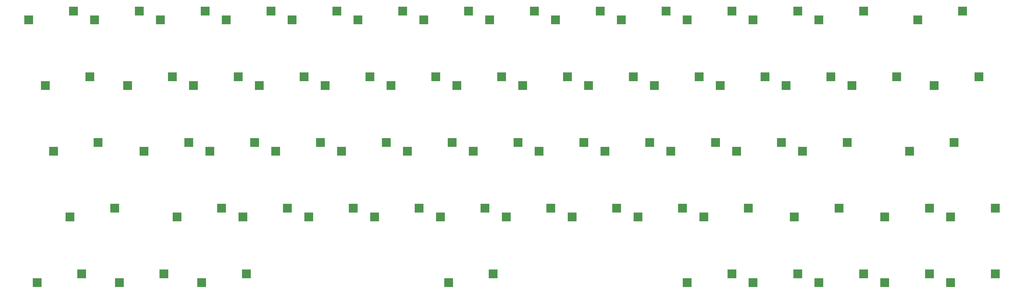
<source format=gbp>
%TF.GenerationSoftware,KiCad,Pcbnew,(6.0.0)*%
%TF.CreationDate,2022-08-26T03:08:24-07:00*%
%TF.ProjectId,HandwireCustom,48616e64-7769-4726-9543-7573746f6d2e,rev?*%
%TF.SameCoordinates,Original*%
%TF.FileFunction,Paste,Bot*%
%TF.FilePolarity,Positive*%
%FSLAX46Y46*%
G04 Gerber Fmt 4.6, Leading zero omitted, Abs format (unit mm)*
G04 Created by KiCad (PCBNEW (6.0.0)) date 2022-08-26 03:08:24*
%MOMM*%
%LPD*%
G01*
G04 APERTURE LIST*
%ADD10R,2.550000X2.500000*%
G04 APERTURE END LIST*
D10*
%TO.C,K36*%
X208815000Y-174466250D03*
X221742000Y-171926250D03*
%TD*%
%TO.C,K13*%
X327877500Y-117316250D03*
X340804500Y-114776250D03*
%TD*%
%TO.C,K2*%
X108802500Y-117316250D03*
X121729500Y-114776250D03*
%TD*%
%TO.C,K16*%
X194527500Y-136366250D03*
X207454500Y-133826250D03*
%TD*%
%TO.C,K113*%
X332640000Y-136366250D03*
X345567000Y-133826250D03*
%TD*%
%TO.C,K211*%
X294540000Y-155416250D03*
X307467000Y-152876250D03*
%TD*%
%TO.C,K9*%
X242152500Y-117316250D03*
X255079500Y-114776250D03*
%TD*%
%TO.C,KK10*%
X75465000Y-136366250D03*
X88392000Y-133826250D03*
%TD*%
%TO.C,K25*%
X180240000Y-155416250D03*
X193167000Y-152876250D03*
%TD*%
%TO.C,K14*%
X156427500Y-136366250D03*
X169354500Y-133826250D03*
%TD*%
%TO.C,K38*%
X246915000Y-174466250D03*
X259842000Y-171926250D03*
%TD*%
%TO.C,K39*%
X265965000Y-174466250D03*
X278892000Y-171926250D03*
%TD*%
%TO.C,K0*%
X70702500Y-117316250D03*
X83629500Y-114776250D03*
%TD*%
%TO.C,K45*%
X192146250Y-193516250D03*
X205073250Y-190976250D03*
%TD*%
%TO.C,K33*%
X151665000Y-174466250D03*
X164592000Y-171926250D03*
%TD*%
%TO.C,K23*%
X142140000Y-155416250D03*
X155067000Y-152876250D03*
%TD*%
%TO.C,K412*%
X318352500Y-193516250D03*
X331279500Y-190976250D03*
%TD*%
%TO.C,K3*%
X127852500Y-117316250D03*
X140779500Y-114776250D03*
%TD*%
%TO.C,K29*%
X256440000Y-155416250D03*
X269367000Y-152876250D03*
%TD*%
%TO.C,K5*%
X165952500Y-117316250D03*
X178879500Y-114776250D03*
%TD*%
%TO.C,K41*%
X96896250Y-193516250D03*
X109823250Y-190976250D03*
%TD*%
%TO.C,K31*%
X113565000Y-174466250D03*
X126492000Y-171926250D03*
%TD*%
%TO.C,K22*%
X123090000Y-155416250D03*
X136017000Y-152876250D03*
%TD*%
%TO.C,K15*%
X175477500Y-136366250D03*
X188404500Y-133826250D03*
%TD*%
%TO.C,K24*%
X161190000Y-155416250D03*
X174117000Y-152876250D03*
%TD*%
%TO.C,K11*%
X280252500Y-117316250D03*
X293179500Y-114776250D03*
%TD*%
%TO.C,K310*%
X292158750Y-174466250D03*
X305085750Y-171926250D03*
%TD*%
%TO.C,K6*%
X185002500Y-117316250D03*
X197929500Y-114776250D03*
%TD*%
%TO.C,K20*%
X77846250Y-155416250D03*
X90773250Y-152876250D03*
%TD*%
%TO.C,K8*%
X223102500Y-117316250D03*
X236029500Y-114776250D03*
%TD*%
%TO.C,K27*%
X218340000Y-155416250D03*
X231267000Y-152876250D03*
%TD*%
%TO.C,K37*%
X227865000Y-174466250D03*
X240792000Y-171926250D03*
%TD*%
%TO.C,K111*%
X289777500Y-136366250D03*
X302704500Y-133826250D03*
%TD*%
%TO.C,K17*%
X213577500Y-136366250D03*
X226504500Y-133826250D03*
%TD*%
%TO.C,K313*%
X337402500Y-174466250D03*
X350329500Y-171926250D03*
%TD*%
%TO.C,KK11*%
X99277500Y-136366250D03*
X112204500Y-133826250D03*
%TD*%
%TO.C,K413*%
X337402500Y-193516250D03*
X350329500Y-190976250D03*
%TD*%
%TO.C,K7*%
X204052500Y-117316250D03*
X216979500Y-114776250D03*
%TD*%
%TO.C,K213*%
X325496250Y-155416250D03*
X338423250Y-152876250D03*
%TD*%
%TO.C,K112*%
X308827500Y-136366250D03*
X321754500Y-133826250D03*
%TD*%
%TO.C,K30*%
X82608750Y-174466250D03*
X95535750Y-171926250D03*
%TD*%
%TO.C,K210*%
X275490000Y-155416250D03*
X288417000Y-152876250D03*
%TD*%
%TO.C,K34*%
X170715000Y-174466250D03*
X183642000Y-171926250D03*
%TD*%
%TO.C,K1*%
X89752500Y-117316250D03*
X102679500Y-114776250D03*
%TD*%
%TO.C,K4*%
X146902500Y-117316250D03*
X159829500Y-114776250D03*
%TD*%
%TO.C,K32*%
X132615000Y-174466250D03*
X145542000Y-171926250D03*
%TD*%
%TO.C,K410*%
X299302500Y-193516250D03*
X312229500Y-190976250D03*
%TD*%
%TO.C,K28*%
X237390000Y-155416250D03*
X250317000Y-152876250D03*
%TD*%
%TO.C,K21*%
X104040000Y-155416250D03*
X116967000Y-152876250D03*
%TD*%
%TO.C,K18*%
X232627500Y-136366250D03*
X245554500Y-133826250D03*
%TD*%
%TO.C,K49*%
X280252500Y-193516250D03*
X293179500Y-190976250D03*
%TD*%
%TO.C,KK12*%
X118327500Y-136366250D03*
X131254500Y-133826250D03*
%TD*%
%TO.C,K42*%
X120708750Y-193516250D03*
X133635750Y-190976250D03*
%TD*%
%TO.C,K19*%
X251677500Y-136366250D03*
X264604500Y-133826250D03*
%TD*%
%TO.C,K48*%
X261202500Y-193516250D03*
X274129500Y-190976250D03*
%TD*%
%TO.C,K35*%
X189765000Y-174466250D03*
X202692000Y-171926250D03*
%TD*%
%TO.C,K26*%
X199290000Y-155416250D03*
X212217000Y-152876250D03*
%TD*%
%TO.C,K40*%
X73083750Y-193516250D03*
X86010750Y-190976250D03*
%TD*%
%TO.C,K312*%
X318352500Y-174466250D03*
X331279500Y-171926250D03*
%TD*%
%TO.C,K12*%
X299302500Y-117316250D03*
X312229500Y-114776250D03*
%TD*%
%TO.C,K10*%
X261202500Y-117316250D03*
X274129500Y-114776250D03*
%TD*%
%TO.C,KK13*%
X137377500Y-136366250D03*
X150304500Y-133826250D03*
%TD*%
%TO.C,K110*%
X270727500Y-136366250D03*
X283654500Y-133826250D03*
%TD*%
M02*

</source>
